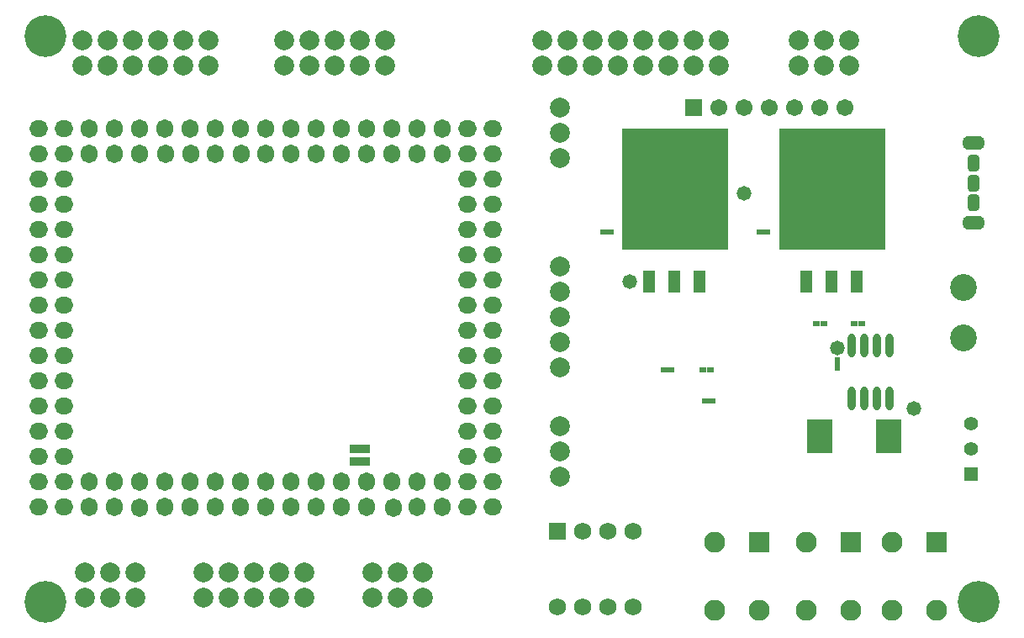
<source format=gbs>
G04*
G04 #@! TF.GenerationSoftware,Altium Limited,Altium Designer,18.1.4 (159)*
G04*
G04 Layer_Color=16711935*
%FSLAX24Y24*%
%MOIN*%
G70*
G01*
G75*
%ADD25R,0.0190X0.0375*%
%ADD26R,0.0277X0.0198*%
%ADD27R,0.0198X0.0277*%
%ADD28C,0.0789*%
%ADD29C,0.0671*%
%ADD30R,0.0671X0.0671*%
%ADD31C,0.1064*%
%ADD32C,0.0552*%
%ADD33R,0.0552X0.0552*%
%ADD34C,0.0680*%
%ADD35R,0.0680X0.0680*%
%ADD36O,0.0907X0.0552*%
G04:AMPARAMS|DCode=37|XSize=67.1mil|YSize=47.4mil|CornerRadius=13.8mil|HoleSize=0mil|Usage=FLASHONLY|Rotation=90.000|XOffset=0mil|YOffset=0mil|HoleType=Round|Shape=RoundedRectangle|*
%AMROUNDEDRECTD37*
21,1,0.0671,0.0197,0,0,90.0*
21,1,0.0394,0.0474,0,0,90.0*
1,1,0.0277,0.0098,0.0197*
1,1,0.0277,0.0098,-0.0197*
1,1,0.0277,-0.0098,-0.0197*
1,1,0.0277,-0.0098,0.0197*
%
%ADD37ROUNDEDRECTD37*%
%ADD38C,0.0828*%
%ADD39R,0.0828X0.0828*%
%ADD40O,0.0740X0.0670*%
%ADD41O,0.0670X0.0740*%
%ADD42C,0.0580*%
%ADD43C,0.1655*%
%ADD64R,0.1025X0.1379*%
%ADD65R,0.0493X0.0907*%
%ADD66R,0.4214X0.4804*%
%ADD67O,0.0316X0.0946*%
D25*
X13944Y6750D02*
D03*
X13747D02*
D03*
X13550D02*
D03*
X13353D02*
D03*
Y7242D02*
D03*
X13550D02*
D03*
X13747D02*
D03*
X13944D02*
D03*
D26*
X27626Y9150D02*
D03*
X27350D02*
D03*
X27262Y10400D02*
D03*
X27538D02*
D03*
X25712D02*
D03*
X25988D02*
D03*
X23312Y15850D02*
D03*
X23588D02*
D03*
X29512D02*
D03*
X29788D02*
D03*
X33538Y12210D02*
D03*
X33262D02*
D03*
X31762Y12210D02*
D03*
X32038D02*
D03*
D27*
X32600Y10750D02*
D03*
Y10474D02*
D03*
D28*
X20900Y22450D02*
D03*
Y23450D02*
D03*
X21900Y22450D02*
D03*
X23900Y23450D02*
D03*
X27900D02*
D03*
X24900Y22450D02*
D03*
Y23450D02*
D03*
X25900Y22450D02*
D03*
X22900D02*
D03*
Y23450D02*
D03*
X23900Y22450D02*
D03*
X27900D02*
D03*
X26900Y23450D02*
D03*
Y22450D02*
D03*
X21900Y23450D02*
D03*
X25900D02*
D03*
X7650Y22450D02*
D03*
Y23450D02*
D03*
X4650D02*
D03*
Y22450D02*
D03*
X5650D02*
D03*
Y23450D02*
D03*
X6650Y22450D02*
D03*
X2650D02*
D03*
Y23450D02*
D03*
X3650Y22450D02*
D03*
X6650Y23450D02*
D03*
X3650D02*
D03*
X21600Y12500D02*
D03*
Y11500D02*
D03*
Y10500D02*
D03*
Y13500D02*
D03*
Y14500D02*
D03*
Y19800D02*
D03*
Y18800D02*
D03*
Y20800D02*
D03*
X13650Y23450D02*
D03*
X11650Y22450D02*
D03*
X14650D02*
D03*
Y23450D02*
D03*
X11650D02*
D03*
X12650Y22450D02*
D03*
X13650D02*
D03*
X10650Y23450D02*
D03*
X12650D02*
D03*
X10650Y22450D02*
D03*
X32050D02*
D03*
X31050D02*
D03*
Y23450D02*
D03*
X33050D02*
D03*
Y22450D02*
D03*
X32050Y23450D02*
D03*
X21600Y7150D02*
D03*
Y6150D02*
D03*
Y8150D02*
D03*
X15150Y2350D02*
D03*
X16150Y1350D02*
D03*
Y2350D02*
D03*
X14150D02*
D03*
Y1350D02*
D03*
X15150D02*
D03*
X3750Y2350D02*
D03*
X4750Y1350D02*
D03*
Y2350D02*
D03*
X2750D02*
D03*
Y1350D02*
D03*
X3750D02*
D03*
X10450Y2350D02*
D03*
X8450Y1350D02*
D03*
X11450D02*
D03*
Y2350D02*
D03*
X8450D02*
D03*
X9450Y1350D02*
D03*
X10450D02*
D03*
X7450Y2350D02*
D03*
X9450D02*
D03*
X7450Y1350D02*
D03*
D29*
X32900Y20800D02*
D03*
X31900D02*
D03*
X30900D02*
D03*
X29900D02*
D03*
X27900D02*
D03*
X28900D02*
D03*
D30*
X26900D02*
D03*
D31*
X37600Y13650D02*
D03*
Y11650D02*
D03*
D32*
X37900Y8250D02*
D03*
Y7250D02*
D03*
D33*
Y6250D02*
D03*
D34*
X23500Y1000D02*
D03*
X24500D02*
D03*
X21500D02*
D03*
X22500D02*
D03*
X24500Y4000D02*
D03*
X23500D02*
D03*
X22500D02*
D03*
D35*
X21500D02*
D03*
D36*
X37990Y19375D02*
D03*
Y16225D02*
D03*
D37*
Y18587D02*
D03*
Y17800D02*
D03*
Y17013D02*
D03*
D38*
X36536Y864D02*
D03*
X34764D02*
D03*
Y3541D02*
D03*
X31364D02*
D03*
Y864D02*
D03*
X33136D02*
D03*
X27714Y3541D02*
D03*
Y864D02*
D03*
X29486D02*
D03*
D39*
X36536Y3541D02*
D03*
X33136D02*
D03*
X29486D02*
D03*
D40*
X18929Y19950D02*
D03*
X17929D02*
D03*
X18929Y18950D02*
D03*
X17929D02*
D03*
X18929Y17950D02*
D03*
X17929D02*
D03*
Y16950D02*
D03*
X18929Y15950D02*
D03*
X17929D02*
D03*
X18929Y14950D02*
D03*
X17929D02*
D03*
X18929Y13950D02*
D03*
X17929D02*
D03*
X18929Y12950D02*
D03*
X17929D02*
D03*
X18929Y11950D02*
D03*
X17929D02*
D03*
X18929Y10946D02*
D03*
X17929Y10954D02*
D03*
Y9950D02*
D03*
X18929Y8950D02*
D03*
X17929D02*
D03*
X18929Y7950D02*
D03*
X17929D02*
D03*
X18929Y7009D02*
D03*
X17929Y6950D02*
D03*
X18929Y5950D02*
D03*
Y4950D02*
D03*
X17929D02*
D03*
X929Y12950D02*
D03*
X1929D02*
D03*
X929Y13950D02*
D03*
X1929D02*
D03*
X929Y4950D02*
D03*
X1929D02*
D03*
X929Y5950D02*
D03*
X1929D02*
D03*
X929Y6950D02*
D03*
X1929D02*
D03*
X929Y7950D02*
D03*
X1929D02*
D03*
X929Y8950D02*
D03*
X1929D02*
D03*
Y9950D02*
D03*
X929Y10950D02*
D03*
X1929D02*
D03*
X929Y11950D02*
D03*
X1929D02*
D03*
Y19950D02*
D03*
X929D02*
D03*
X1929Y18950D02*
D03*
X929D02*
D03*
X1929Y17950D02*
D03*
X929D02*
D03*
Y16950D02*
D03*
Y15950D02*
D03*
Y14946D02*
D03*
X1929Y15942D02*
D03*
Y14950D02*
D03*
Y16950D02*
D03*
X929Y9950D02*
D03*
X17929Y5950D02*
D03*
X18929Y9950D02*
D03*
Y16950D02*
D03*
D41*
X16929Y5950D02*
D03*
Y4950D02*
D03*
X15929Y5950D02*
D03*
Y4950D02*
D03*
X14929Y5950D02*
D03*
X13929D02*
D03*
Y4950D02*
D03*
X12929D02*
D03*
X11929Y5950D02*
D03*
Y4950D02*
D03*
X10929Y5950D02*
D03*
Y4950D02*
D03*
X9929Y5950D02*
D03*
Y4950D02*
D03*
X8929Y5950D02*
D03*
Y4950D02*
D03*
X7929Y5950D02*
D03*
Y4950D02*
D03*
X6929Y5950D02*
D03*
X5929D02*
D03*
Y4950D02*
D03*
X4929Y5950D02*
D03*
X3929D02*
D03*
Y4950D02*
D03*
X2929Y5950D02*
D03*
Y4950D02*
D03*
X16929Y19950D02*
D03*
Y18950D02*
D03*
X15929Y19950D02*
D03*
Y18950D02*
D03*
X14929Y19950D02*
D03*
Y18950D02*
D03*
X13929Y19950D02*
D03*
Y18950D02*
D03*
X12929D02*
D03*
X11929Y19950D02*
D03*
X11921Y18950D02*
D03*
X10929Y19950D02*
D03*
X9929D02*
D03*
Y18950D02*
D03*
X8929Y19950D02*
D03*
X8961Y18950D02*
D03*
X7929Y19950D02*
D03*
X7906Y18950D02*
D03*
X6929Y19950D02*
D03*
X6941Y18950D02*
D03*
X5929Y19950D02*
D03*
X5953Y18950D02*
D03*
X4929Y19950D02*
D03*
X4925Y18950D02*
D03*
X3929Y19950D02*
D03*
Y18950D02*
D03*
X2929Y19950D02*
D03*
X10929Y18950D02*
D03*
X14980Y4926D02*
D03*
X4929Y4930D02*
D03*
X6929Y4950D02*
D03*
X12929Y5950D02*
D03*
Y19950D02*
D03*
X2925Y18950D02*
D03*
D42*
X28900Y17400D02*
D03*
X24350Y13887D02*
D03*
X32600Y11250D02*
D03*
X35612Y8862D02*
D03*
D43*
X38189Y1181D02*
D03*
Y23622D02*
D03*
X1181Y1181D02*
D03*
Y23622D02*
D03*
D64*
X34618Y7750D02*
D03*
X31882D02*
D03*
D65*
X31359Y13887D02*
D03*
X33359D02*
D03*
X32359D02*
D03*
X26109D02*
D03*
X27109D02*
D03*
X25109D02*
D03*
D66*
X32400Y17550D02*
D03*
X26150D02*
D03*
D67*
X33150Y11345D02*
D03*
X33650D02*
D03*
X34150D02*
D03*
X34650D02*
D03*
X33150Y9255D02*
D03*
X33650D02*
D03*
X34150D02*
D03*
X34650D02*
D03*
M02*

</source>
